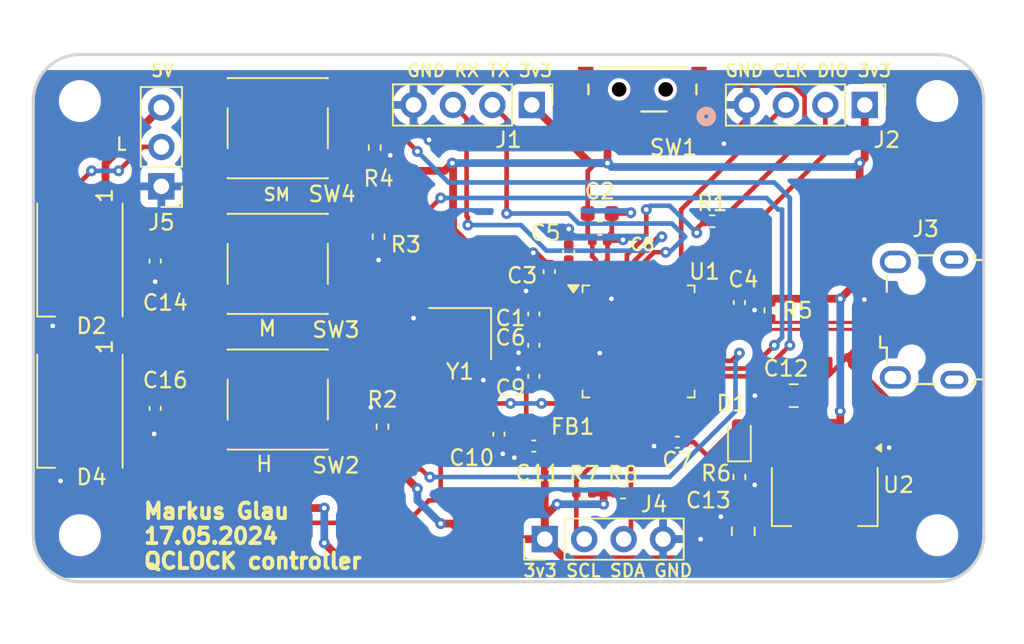
<source format=kicad_pcb>
(kicad_pcb (version 20240108) (generator "pcbnew") (generator_version "8.0")
  (layers (0 "F.Cu" signal) (31 "B.Cu" power) (34 "B.Paste" user) (35 "F.Paste" user) (36 "B.SilkS" user "B.Silkscreen") (37 "F.SilkS" user "F.Silkscreen") (38 "B.Mask" user) (39 "F.Mask" user) (44 "Edge.Cuts" user))
  (net 0 "")
  (net 1 "/HSE_IN")
  (net 2 "GND")
  (net 3 "+3V3")
  (net 4 "/NRST")
  (net 5 "/HSE_OUT")
  (net 6 "+3.3VA")
  (net 7 "VBUS")
  (net 8 "Net-(D1-K)")
  (net 9 "Net-(D2-DOUT)")
  (net 10 "Net-(D2-DIN)")
  (net 11 "/LED")
  (net 12 "/UART_TX")
  (net 13 "/UART_RX")
  (net 14 "/SWCLK")
  (net 15 "/SWDIO")
  (net 20 "/USB_D+")
  (net 22 "/USB_D-")
  (net 23 "/I2C2_SCL")
  (net 24 "/I2C2_SDA")
  (net 25 "Net-(SW1-B)")
  (net 26 "/BOOT0")
  (net 27 "/BTN_H")
  (net 28 "/BTN_M")
  (net 29 "/BTN_SM")
  (footprint "MountingHole:MountingHole_2.2mm_M2" (layer "F.Cu") (at 170.75 72)
    (property "Reference" "H2" (hide yes))
    (property "Value" "MountingHole")
  )
  (footprint "Package_TO_SOT_SMD:SOT-223-3_TabPin2" (layer "F.Cu") (at 163.5 97.5 -90)
    (property "Reference" "U2")
    (property "Value" "AMS1117-3.3")
  )
  (footprint "Resistor_SMD:R_0402_1005Metric" (layer "F.Cu") (at 156.25 79.75)
    (property "Reference" "R1")
    (property "Value" "10k")
  )
  (footprint "Capacitor_SMD:C_0402_1005Metric" (layer "F.Cu") (at 145.75 83 90)
    (property "Reference" "C3")
    (property "Value" "100n")
  )
  (footprint "Resistor_SMD:R_0402_1005Metric" (layer "F.Cu") (at 160 85.5 90)
    (property "Reference" "R5")
    (property "Value" "1k5")
  )
  (footprint "Capacitor_SMD:C_0402_1005Metric" (layer "F.Cu") (at 144.75 87.75 -90)
    (property "Reference" "C6")
    (property "Value" "10p")
  )
  (footprint "Capacitor_SMD:C_0402_1005Metric" (layer "F.Cu") (at 144.75 85.73 90)
    (property "Reference" "C1")
    (property "Value" "10p")
  )
  (footprint "Resistor_SMD:R_0402_1005Metric" (layer "F.Cu") (at 135 93 90)
    (property "Reference" "R2")
    (property "Value" "10k")
  )
  (footprint "Capacitor_SMD:C_0402_1005Metric" (layer "F.Cu") (at 120.35 82.32 -90)
    (property "Reference" "C14")
    (property "Value" "220n")
  )
  (footprint "Connector_USB:USB_Micro-B_Wuerth_629105150521" (layer "F.Cu") (at 169.9 86.1 90)
    (property "Reference" "J3")
    (property "Value" "USB_B_Micro")
  )
  (footprint "Connector_PinHeader_2.54mm:PinHeader_1x04_P2.54mm_Vertical" (layer "F.Cu") (at 144.62 72.25 -90)
    (property "Reference" "J1")
    (property "Value" "Conn_01x04_Male")
  )
  (footprint "Package_QFP:LQFP-48_7x7mm_P0.5mm" (layer "F.Cu") (at 151.5 87.5)
    (property "Reference" "U1")
    (property "Value" "STM32F103C8Tx")
  )
  (footprint "Capacitor_SMD:C_0402_1005Metric" (layer "F.Cu") (at 154 94 180)
    (property "Reference" "C7")
    (property "Value" "100n")
  )
  (footprint "Resistor_SMD:R_0402_1005Metric" (layer "F.Cu") (at 148 97.25)
    (property "Reference" "R7")
    (property "Value" "1k5")
  )
  (footprint "footprints:CUS-12TB_NDC" (layer "F.Cu") (at 151.75 71.25 180)
    (property "Reference" "SW1")
    (property "Value" "SW_SPDT")
  )
  (footprint "MountingHole:MountingHole_2.2mm_M2" (layer "F.Cu") (at 115.5 100)
    (property "Reference" "H4" (hide yes))
    (property "Value" "MountingHole")
  )
  (footprint "Capacitor_SMD:C_0402_1005Metric" (layer "F.Cu") (at 144.75 89.75 90)
    (property "Reference" "C9")
    (property "Value" "10n")
  )
  (footprint "Resistor_SMD:R_0402_1005Metric" (layer "F.Cu") (at 134.5 75 -90)
    (property "Reference" "R4")
    (property "Value" "10k")
  )
  (footprint "Connector_PinHeader_2.54mm:PinHeader_1x03_P2.54mm_Vertical" (layer "F.Cu") (at 120.75 77.5 180)
    (property "Reference" "J5")
    (property "Value" "Conn_01x03_Male")
  )
  (footprint "LED_SMD:LED_0603_1608Metric" (layer "F.Cu") (at 158 93.75 90)
    (property "Reference" "D1")
    (property "Value" "LED")
  )
  (footprint "btns:mybtn_smd" (layer "F.Cu") (at 128.25 73.75)
    (property "Reference" "SW4")
    (property "Value" "SW_Push")
  )
  (footprint "MountingHole:MountingHole_2.2mm_M2" (layer "F.Cu") (at 115.5 72)
    (property "Reference" "H3" (hide yes))
    (property "Value" "MountingHole")
  )
  (footprint "MountingHole:MountingHole_2.2mm_M2" (layer "F.Cu") (at 170.75 100)
    (property "Reference" "H1" (hide yes))
    (property "Value" "MountingHole")
  )
  (footprint "Crystal:Crystal_SMD_3225-4Pin_3.2x2.5mm" (layer "F.Cu") (at 140 87 180)
    (property "Reference" "Y1")
    (property "Value" "Crystal_GND24")
  )
  (footprint "Capacitor_SMD:C_0402_1005Metric" (layer "F.Cu") (at 142.5 93.48 -90)
    (property "Reference" "C10")
    (property "Value" "1u")
  )
  (footprint "btns:mybtn_smd" (layer "F.Cu") (at 128.25 91.25)
    (property "Reference" "SW2")
    (property "Value" "SW_Push")
  )
  (footprint "Capacitor_SMD:C_0402_1005Metric" (layer "F.Cu") (at 144.75 94.25 180)
    (property "Reference" "C11")
    (property "Value" "1u")
  )
  (footprint "btns:mybtn_smd" (layer "F.Cu") (at 128.25 82.5)
    (property "Reference" "SW3")
    (property "Value" "SW_Push")
  )
  (footprint "Capacitor_SMD:C_0402_1005Metric" (layer "F.Cu") (at 120.35 91.82 -90)
    (property "Reference" "C16")
    (property "Value" "220n")
  )
  (footprint "Inductor_SMD:L_0402_1005Metric" (layer "F.Cu") (at 144.75 93 180)
    (property "Reference" "FB1")
    (property "Value" "120R")
  )
  (footprint "Capacitor_SMD:C_0402_1005Metric" (layer "F.Cu") (at 158 85 -90)
    (property "Reference" "C4")
    (property "Value" "100n")
  )
  (footprint "Capacitor_SMD:C_0603_1608Metric" (layer "F.Cu") (at 149 79.25)
    (property "Reference" "C2")
    (property "Value" "10u")
  )
  (footprint "Connector_PinHeader_2.54mm:PinHeader_1x04_P2.54mm_Vertical" (layer "F.Cu") (at 145.46 100.25 90)
    (property "Reference" "J4")
    (property "Value" "Conn_01x04_Male")
  )
  (footprint "Resistor_SMD:R_0402_1005Metric" (layer "F.Cu") (at 134.75 80.75 -90)
    (property "Reference" "R3")
    (property "Value" "10k")
  )
  (footprint "Capacitor_SMD:C_0805_2012Metric" (layer "F.Cu") (at 161.5 91 180)
    (property "Reference" "C12")
    (property "Value" "22u")
  )
  (footprint "Connector_PinHeader_2.54mm:PinHeader_1x04_P2.54mm_Vertical" (layer "F.Cu") (at 166.08 72.25 -90)
    (property "Reference" "J2")
    (property "Value" "Conn_01x04_Male")
  )
  (footprint "LED_SMD:LED_WS2812B_PLCC4_5.0x5.0mm_P3.2mm" (layer "F.Cu") (at 115.5 82.25 -90)
    (property "Reference" "D2")
    (property "Value" "WS2812B")
  )
  (footprint "Resistor_SMD:R_0402_1005Metric" (layer "F.Cu") (at 158 96.25 90)
    (property "Reference" "R6")
    (property "Value" "1k5")
  )
  (footprint "Capacitor_SMD:C_0805_2012Metric" (layer "F.Cu") (at 158.25 99.75 90)
    (property "Reference" "C13")
    (property "Value" "22u")
  )
  (footprint "Capacitor_SMD:C_0402_1005Metric" (layer "F.Cu") (at 149 81)
    (property "Reference" "C8")
    (property "Value" "100n")
  )
  (footprint "Capacitor_SMD:C_0402_1005Metric" (layer "F.Cu") (at 147 81.75 90)
    (property "Reference" "C5")
    (property "Value" "100n")
  )
  (footprint "LED_SMD:LED_WS2812B_PLCC4_5.0x5.0mm_P3.2mm" (layer "F.Cu") (at 115.5 92 -90)
    (property "Reference" "D4")
    (property "Value" "WS2812B")
  )
  (footprint "Resistor_SMD:R_0402_1005Metric" (layer "F.Cu") (at 150.5 97.25)
    (property "Reference" "R8")
    (property "Value" "1k5")
  )
  (gr_line (start 115.5 69) (end 170.75 69) (stroke (width 0.2)) (layer "Edge.Cuts"))
  (gr_arc (start 173.75 100) (mid 172.87132 102.12132) (end 170.75 103) (stroke (width 0.2)) (layer "Edge.Cuts"))
  (gr_line (start 173.75 72) (end 173.75 100) (stroke (width 0.2)) (layer "Edge.Cuts"))
  (gr_line (start 112.5 100) (end 112.5 72) (stroke (width 0.2)) (layer "Edge.Cuts"))
  (gr_arc (start 112.5 72) (mid 113.37868 69.87868) (end 115.5 69) (stroke (width 0.2)) (layer "Edge.Cuts"))
  (gr_arc (start 170.75 69) (mid 172.87132 69.87868) (end 173.75 72) (stroke (width 0.2)) (layer "Edge.Cuts"))
  (gr_line (start 170.75 103) (end 115.5 103) (stroke (width 0.2)) (layer "Edge.Cuts"))
  (gr_arc (start 115.5 103) (mid 113.37868 102.12132) (end 112.5 100) (stroke (width 0.2)) (layer "Edge.Cuts"))
  (gr_text "M" (at 128.25 87.25 0) (layer "F.SilkS") (effects (font (size 1 1)) (justify left bottom mirror)))
  (gr_text "GND CLK DIO 3v3" (at 157 70.5 0) (layer "F.SilkS") (effects (font (size 0.8 0.8) (thickness 0.15) (bold yes)) (justify left bottom)))
  (gr_text "SM" (at 127.25 78.5 0) (layer "F.SilkS") (effects (font (size 0.8 0.8) (thickness 0.15) (bold yes)) (justify left bottom)))
  (gr_text "GND RX TX 3v3" (at 136.5 70.5 0) (layer "F.SilkS") (effects (font (size 0.8 0.8) (thickness 0.15) (bold yes)) (justify left bottom)))
  (gr_text "Markus Glau\n17.05.2024\nQCLOCK controller" (at 119.5 102.25 0) (layer "F.SilkS") (effects (font (size 1 1) (thickness 0.25) (bold yes)) (justify left bottom)))
  (gr_text "H" (at 128 96 0) (layer "F.SilkS") (effects (font (size 1 1)) (justify left bottom mirror)))
  (gr_text "3v3 SCL SDA GND" (at 144 102.75 0) (layer "F.SilkS") (effects (font (size 0.8 0.8) (thickness 0.15) (bold yes)) (justify left bottom)))
  (gr_text "5V" (at 120 70.5 0) (layer "F.SilkS") (effects (font (size 0.8 0.8) (thickness 0.15) (bold yes)) (justify left bottom)))
  (gr_text "L" (at 117.75 75.25 0) (layer "F.SilkS") (effects (font (size 0.8 0.8) (thickness 0.15) (bold yes)) (justify left bottom)))
  (segment (start 145.29 86.75) (end 144.75 86.21) (width 0.3) (layer "F.Cu") (net 1))
  (segment (start 147.3375 86.75) (end 145.29 86.75) (width 0.3) (layer "F.Cu") (net 1))
  (segment (start 144.21 86.21) (end 144.15 86.15) (width 0.3) (layer "F.Cu") (net 1))
  (segment (start 144.15 86.15) (end 141.1 86.15) (width 0.3) (layer "F.Cu") (net 1))
  (segment (start 144.75 86.21) (end 144.21 86.21) (width 0.3) (layer "F.Cu") (net 1))
  (segment (start 144.75 84.75) (end 144.25 84.25) (width 0.5) (layer "F.Cu") (net 2))
  (segment (start 120.35 92.3) (end 120.35 93.4) (width 0.5) (layer "F.Cu") (net 2))
  (segment (start 134.99 92.49) (end 134.25 91.75) (width 0.3) (layer "F.Cu") (net 2))
  (segment (start 158.46 73.29) (end 157 74.75) (width 0.5) (layer "F.Cu") (net 2))
  (segment (start 165.8 94.35) (end 167.65 94.35) (width 0.5) (layer "F.Cu") (net 2))
  (segment (start 157 85.5) (end 157.02 85.48) (width 0.3) (layer "F.Cu") (net 2))
  (segment (start 144.25 94.25) (end 143.5 95) (width 0.5) (layer "F.Cu") (net 2))
  (segment (start 145.52 82.52) (end 144.75 81.75) (width 0.5) (layer "F.Cu") (net 2))
  (segment (start 149.775 79.25) (end 151 79.25) (width 0.3) (layer "F.Cu") (net 2))
  (segment (start 137.15 86.15) (end 137 86) (width 0.5) (layer "F.Cu") (net 2))
  (segment (start 141.1 87.85) (end 141.1 89.6) (width 0.5) (layer "F.Cu") (net 2))
  (segment (start 144.75 88.23) (end 143.77 88.23) (width 0.3) (layer "F.Cu") (net 2))
  (segment (start 138.9 86.15) (end 137.15 86.15) (width 0.5) (layer "F.Cu") (net 2))
  (segment (start 143.75 88.25) (end 143.77 88.23) (width 0.3) (layer "F.Cu") (net 2))
  (segment (start 113.85 86.4) (end 113.75 86.5) (width 0.5) (layer "F.Cu") (net 2))
  (segment (start 149.25 83.3375) (end 149.25 84.25) (width 0.3) (layer "F.Cu") (net 2))
  (segment (start 120.35 93.4) (end 120.285355 93.464645) (width 0.5) (layer "F.Cu") (net 2))
  (segment (start 149.5 81.02) (end 149.48 81) (width 0.3) (layer "F.Cu") (net 2))
  (segment (start 154.000003 72.9954) (end 155.754603 74.75) (width 0.5) (layer "F.Cu") (net 2))
  (segment (start 153.52 94) (end 152.75 94) (width 0.3) (layer "F.Cu") (net 2))
  (segment (start 145.75 82.52) (end 145.52 82.52) (width 0.5) (layer "F.Cu") (net 2))
  (segment (start 147.3375 88.25) (end 144.77 88.25) (width 0.3) (layer "F.Cu") (net 2))
  (segment (start 147 81.27) (end 147 80.25) (width 0.3) (layer "F.Cu") (net 2))
  (segment (start 145.77 88.25) (end 144.75 89.27) (width 0.3) (layer "F.Cu") (net 2))
  (segment (start 149.48 81) (end 150.5 81) (width 0.3) (layer "F.Cu") (net 2))
  (segment (start 149.25 82.49688) (end 149.5 82.24688) (width 0.3) (layer "F.Cu") (net 2))
  (segment (start 158.25 98.8) (end 156.8 98.8) (width 0.5) (layer "F.Cu") (net 2))
  (segment (start 147.3375 88.25) (end 149 88.25) (width 0.3) (layer "F.Cu") (net 2))
  (segment (start 156.75 98.75) (end 156.8 98.8) (width 0.5) (layer "F.Cu") (net 2))
  (segment (start 142.5 94.5) (end 142.75 94.75) (width 0.5) (layer "F.Cu") (net 2))
  (segment (start 113.85 84.7) (end 113.85 86.4) (width 0.5) (layer "F.Cu") (net 2))
  (segment (start 144.75 85.25) (end 144.75 84.75) (width 0.5) (layer "F.Cu") (net 2))
  (segment (start 114 96.25) (end 114.25 96.5) (width 0.5) (layer "F.Cu") (net 2))
  (segment (start 158 85.48) (end 158.98 85.48) (width 0.3) (layer "F.Cu") (net 2))
  (segment (start 141.1 89.6) (end 141.5 90) (width 0.5) (layer "F.Cu") (net 2))
  (segment (start 137 73.5) (end 138 74.5) (width 0.5) (layer "F.Cu") (net 2))
  (segment (start 144.27 94.25) (end 144.25 94.25) (width 0.5) (layer "F.Cu") (net 2))
  (segment (start 135.49 75.51) (end 135.5 75.5) (width 0.5) (layer "F.Cu") (net 2))
  (segment (start 134.75 81.26) (end 134.75 82.25) (width 0.5) (layer "F.Cu") (net 2))
  (segment (start 153.75 93.77) (end 153.52 94) (width 0.3) (layer "F.Cu") (net 2))
  (segment (start 120.35 82.8) (end 120.35 83.65) (width 0.5) (layer "F.Cu") (net 2))
  (segment (start 158 96.76) (end 158.99 96.76) (width 0.5) (layer "F.Cu") (net 2))
  (segment (start 166 84.75) (end 166.05 84.8) (width 0.3) (layer "F.Cu") (net 2))
  (segment (start 138.9 86.1) (end 139 86) (width 0.5) (layer "F.Cu") (net 2))
  (segment (start 144.75 81.75) (end 144.714644 81.785356) (width 0.5) (layer "F.Cu") (net 2))
  (segment (start 149.5 82.24688) (end 149.5 81.02) (width 0.3) (layer "F.Cu") (net 2))
  (segment (start 149.48 81) (end 149.48 80.77) (width 0.3) (layer "F.Cu") (net 2))
  (segment (start 153.08 100.25) (end 155.5 100.25) (width 0.5) (layer "F.Cu") (net 2))
  (segment (start 155.754603 74.75) (end 157 74.75) (width 0.5) (layer "F.Cu") (net 2))
  (segment (start 160.55 91) (end 160.5 91) (width 0.5) (layer "F.Cu") (net 2))
  (segment (start 158.99 96.76) (end 159 96.75) (width 0.5) (layer "F.Cu") (net 2))
  (segment (start 149.775 80.475) (end 149.775 79.25) (width 0.3) (layer "F.Cu") (net 2))
  (segment (start 144.75 89.27) (end 143.77 89.27) (width 0.3) (layer "F.Cu") (net 2))
  (segment (start 149.25 84.25) (end 149.75 84.75) (width 0.3) (layer "F.Cu") (net 2))
  (segment (start 137 72.25) (end 137 73.5) (width 0.5) (layer "F.Cu") (net 2))
  (segment (start 142.5 93.96) (end 142.5 94.5) (width 0.5) (layer "F.Cu") (net 2))
  (segment (start 168 84.8) (end 166.05 84.8) (width 0.3) (layer "F.Cu") (net 2))
  (segment (start 150.5 81) (end 150.5 80.95) (width 0.3) (layer "F.Cu") (net 2))
  (segment (start 149.25 83.3375) (end 149.25 82.49688) (width 0.3) (layer "F.Cu") (net 2))
  (segment (start 151 79.25) (end 151 79.2) (width 0.3) (layer "F.Cu") (net 2))
  (segment (start 147.3375 88.25) (end 145.77 88.25) (width 0.3) (layer "F.Cu") (net 2))
  (segment (start 153.75 91.6625) (end 153.75 93.77) (width 0.3) (layer "F.Cu") (net 2))
  (segment (start 143.77 89.27) (end 143.75 89.25) (width 0.3) (layer "F.Cu") (net 2))
  (segment (start 152.75 94) (end 152.5 94.25) (width 0.3) (layer "F.Cu") (net 2))
  (segment (start 149.48 80.77) (end 149.775 80.475) (width 0.3) (layer "F.Cu") (net 2))
  (segment (start 113.85 94.45) (end 113.85 96.1) (width 0.5) (layer "F.Cu") (net 2))
  (segment (start 135 92.49) (end 134.99 92.49) (width 0.3) (layer "F.Cu") (net 2))
  (segment (start 157.02 85.48) (end 158 85.48) (width 0.3) (layer "F.Cu") (net 2))
  (segment (start 113.85 96.1) (end 114 96.25) (width 0.5) (layer "F.Cu") (net 2))
  (segment (start 159 85.5) (end 158.98 85.48) (width 0.3) (layer "F.Cu") (net 2))
  (segment (start 155.6625 85.25) (end 156.75 85.25) (width 0.3) (layer "F.Cu") (net 2))
  (segment (start 160.5 91) (end 159 91) (width 0.5) (layer "F.Cu") (net 2))
  (segment (start 134.5 75.51) (end 135.49 75.51) (width 0.5) (layer "F.Cu") (net 2))
  (segment (start 156.75 85.25) (end 157 85.5) (width 0.3) (layer "F.Cu") (net 2))
  (segment (start 144.77 88.25) (end 144.75 88.23) (width 0.3) (layer "F.Cu") (net 2))
  (segment (start 158.46 72.25) (end 158.46 73.29) (width 0.5) (layer "F.Cu") (net 2))
  (via (at 158.99 96.76) (size 0.7) (drill 0.3) (layers "F.Cu" "B.Cu") (net 2))
  (via (at 143.77 88.23) (size 0.7) (drill 0.3) (layers "F.Cu" "B.Cu") (net 2))
  (via (at 137 86) (size 0.7) (drill 0.3) (layers "F.Cu" "B.Cu") (net 2))
  (via (at 156.8 98.8) (size 0.7) (drill 0.3) (layers "F.Cu" "B.Cu") (net 2))
  (via (at 159 91) (size 0.7) (drill 0.3) (layers "F.Cu" "B.Cu") (net 2))
  (via (at 120.285355 93.464645) (size 0.7) (drill 0.3) (layers "F.Cu" "B.Cu") (net 2))
  (via (at 142.75 94.75) (size 0.7) (drill 0.3) (layers "F.Cu" "B.Cu") (net 2))
  (via (at 166.05 84.8) (size 0.7) (drill 0.3) (layers "F.Cu" "B.Cu") (net 2))
  (via (at 134.75 82.25) (size 0.7) (drill 0.3) (layers "F.Cu" "B.Cu") (net 2))
  (via (at 152.5 94.25) (size 0.7) (drill 0.3) (layers "F.Cu" "B.Cu") (net 2))
  (via (at 143.75 89.25) (size 0.7) (drill 0.3) (layers "F.Cu" "B.Cu") (net 2))
  (via (at 143.5 95) (size 0.7) (drill 0.3) (layers "F.Cu" "B.Cu") (net 2))
  (via (at 141.5 90) (size 0.7) (drill 0.3) (layers "F.Cu" "B.Cu") (net 2))
  (via (at 134.25 91.75) (size 0.7) (drill 0.3) (layers "F.Cu" "B.Cu") (net 2))
  (via (at 150.5 80.95) (size 0.7) (drill 0.3) (layers "F.Cu" "B.Cu") (net 2))
  (via (at 167.65 94.35) (size 0.7) (drill 0.3) (layers "F.Cu" "B.Cu") (net 2))
  (via (at 144.25 84.25) (size 0.7) (drill 0.3) (layers "F.Cu" "B.Cu") (net 2))
  (via (at 113.75 86.5) (size 0.7) (drill 0.3) (layers "F.Cu" "B.Cu") (net 2))
  (via (at 144.714644 81.785356) (size 0.7) (drill 0.3) (layers "F.Cu" "B.Cu") (net 2))
  (via (at 147 80.25) (size 0.7) (drill 0.3) (layers "F.Cu" "B.Cu") (net 2))
  (via (at 155.5 100.25) (size 0.7) (drill 0.3) (layers "F.Cu" "B.Cu") (net 2))
  (via (at 138 74.5) (size 0.7) (drill 0.3) (layers "F.Cu" "B.Cu") (net 2))
  (via (at 135.5 75.5) (size 0.7) (drill 0.3) (layers "F.Cu" "B.Cu") (net 2))
  (via (at 157 74.75) (size 0.7) (drill 0.3) (layers "F.Cu" "B.Cu") (net 2))
  (via (at 151 79.2) (size 0.7) (drill 0.3) (layers "F.Cu" "B.Cu") (net 2))
  (via (at 158.98 85.48) (size 0.7) (drill 0.3) (layers "F.Cu" "B.Cu") (net 2))
  (via (at 149.75 84.75) (size 0.7) (drill 0.3) (layers "F.Cu" "B.Cu") (net 2))
  (via (at 120.35 83.65) (size 0.7) (drill 0.3) (layers "F.Cu" "B.Cu") (net 2))
  (via (at 114.25 96.5) (size 0.7) (drill 0.3) (layers "F.Cu" "B.Cu") (net 2))
  (via (at 149 88.25) (size 0.7) (drill 0.3) (layers "F.Cu" "B.Cu") (net 2))
  (segment (start 149.99 97.25) (end 149.25 97.25) (width 0.5) (layer "F.Cu") (net 3))
  (segment (start 158 93.265) (end 157.680001 93.265) (width 0.5) (layer "F.Cu") (net 3))
  (segment (start 132.225 84.75) (end 139 84.75) (width 0.5) (layer "F.Cu") (net 3))
  (segment (start 140.5 100.25) (end 145.46 100.25) (width 0.5) (layer "F.Cu") (net 3))
  (segment (start 164.5 84.75) (end 160.24 84.75) (width 0.5) (layer "F.Cu") (net 3))
  (segment (start 148.75 82.25) (end 148.5 82) (width 0.3) (layer "F.Cu") (net 3))
  (segment (start 144.62 72.25) (end 148.37 76) (width 0.5) (layer "F.Cu") (net 3))
  (segment (start 132.225 93.5) (end 133.75 93.5) (width 0.5) (layer "F.Cu") (net 3))
  (segment (start 146.76 101.55) (end 145.46 100.25) (width 0.5) (layer "F.Cu") (net 3))
  (segment (start 124.275 76) (end 132.225 76) (width 0.5) (layer "F.Cu") (net 3))
  (segment (start 132 93.5) (end 132.25 93.5) (width 0.3) (layer "F.Cu") (net 3))
  (segment (start 139 76.5) (end 139.5 76) (width 0.5) (layer "F.Cu") (net 3))
  (segment (start 157.4 101.55) (end 146.76 101.55) (width 0.5) (layer "F.Cu") (net 3))
  (segment (start 145.46 100.25) (end 145.46 98.79) (width 0.5) (layer "F.Cu") (net 3))
  (segment (start 156.75 84.75) (end 157 84.5) (width 0.3) (layer "F.Cu") (net 3))
  (segment (start 154.25 91.6625) (end 154.25 93) (width 0.3) (layer "F.Cu") (net 3))
  (segment (start 154.25 93) (end 154.5 93.25) (width 0.3) (layer "F.Cu") (net 3))
  (segment (start 165.75 83.5) (end 164.5 84.75) (width 0.5) (layer "F.Cu") (net 3))
  (segment (start 157.45 100.7) (end 158.25 100.7) (width 0.5) (layer "F.Cu") (net 3))
  (segment (start 156 99.25) (end 157.45 100.7) (width 0.5) (layer "F.Cu") (net 3))
  (segment (start 139 84.75) (end 141.5 82.25) (width 0.5) (layer "F.Cu") (net 3))
  (segment (start 148.52 81.98) (end 148.52 81) (width 0.3) (layer "F.Cu") (net 3))
  (segment (start 154.5 93.25) (end 154.48 93.27) (width 0.3) (layer "F.Cu") (net 3))
  (segment (start 166.08 72.25) (end 166.08 75.67) (width 0.5) (layer "F.Cu") (net 3))
  (segment (start 138.75 99.25) (end 139.5 99.25) (width 0.5) (layer "F.Cu") (net 3))
  (segment (start 164.5 93.35) (end 163.5 94.35) (width 0.5) (layer "F.Cu") (net 3))
  (segment (start 149.25 97.25) (end 148.51 97.25) (width 0.5) (layer "F.Cu") (net 3))
  (segment (start 148.225 76.525) (end 148.75 76) (width 0.3) (layer "F.Cu") (net 3))
  (segment (start 149.5 72.9954) (end 149.5 76) (width 0.5) (layer "F.Cu") (net 3))
  (segment (start 148.37 76) (end 149.5 76) (width 0.5) (layer "F.Cu") (net 3))
  (segment (start 145.46 100.25) (end 145.46 94.48) (width 0.5) (layer "F.Cu") (net 3))
  (segment (start 132.25 93.5) (end 132.26 93.51) (width 0.3) (layer "F.Cu") (net 3))
  (segment (start 149.25 98) (end 149.25 97.25) (width 0.5) (layer "F.Cu") (net 3))
  (segment (start 139.5 99.25) (end 140.5 100.25) (width 0.5) (layer "F.Cu") (net 3))
  (segment (start 154.48 93.27) (end 154.48 94) (width 0.3) (layer "F.Cu") (net 3))
  (segment (start 148.225 79.25) (end 148.225 76.525) (width 0.3) (layer "F.Cu") (net 3))
  (segment (start 165.75 76) (end 165.75 83.5) (width 0.5) (layer "F.Cu") (net 3))
  (segment (start 155.054999 94) (end 156 94.945001) (width 0.3) (layer "F.Cu") (net 3))
  (segment (start 145.72 83.45) (end 145.75 83.48) (width 0.5) (layer "F.Cu") (net 3))
  (segment (start 147.3375 84.75) (end 147.02 84.75) (width 0.3) (layer "F.Cu") (net 3))
  (segment (start 165.75 72.58) (end 166.08 72.25) (width 0.5) (layer "F.Cu") (net 3))
  (segment (start 145.235 93) (end 145.235 94.245) (width 0.3) (layer "F.Cu") (net 3))
  (segment (start 132 76.5) (end 139 76.5) (width 0.5) (layer "F.Cu") (net 3))
  (segment (start 141.5 82.25) (end 142.7 83.45) (width 0.5) (layer "F.Cu") (net 3))
  (segment (start 166.08 75.67) (end 165.75 76) (width 0.5) (layer "F.Cu") (net 3))
  (segment (start 124.275 84.75) (end 132.225 84.75) (width 0.5) (layer "F.Cu") (net 3))
  (segment (start 139.5 76) (end 139.55 76.05) (width 0.5) (layer "F.Cu") (net 3))
  (segment (start 145.46 98.79) (end 146.25 98) (width 0.5) (layer "F.Cu") (net 3))
  (segment (start 160.24 84.75) (end 160 84.99) (width 0.5) (layer "F.Cu") (net 3))
  (segment (start 133.75 93.5) (end 137.25 97) (width 0.5) (layer "F.Cu") (net 3))
  (segment (start 159.53 84.52) (end 160 84.99) (width 0.3) (layer "F.Cu") (net 3))
  (segment (start 164.5 92) (end 164.5 93.35) (width 0.5) (layer "F.Cu") (net 3))
  (segment (start 158.25 100.7) (end 157.4 101.55) (width 0.5) (layer "F.Cu") (net 3))
  (segment (start 139.55 76.05) (end 139.55 80.3) (width 0.5) (layer "F.Cu") (net 3))
  (segment (start 145.235 94.245) (end 145.23 94.25) (width 0.3) (layer "F.Cu") (net 3))
  (segment (start 148.225 80.705) (end 148.52 81) (width 0.3) (layer "F.Cu") (net 3))
  (segment (start 157 84.5) (end 157.02 84.52) (width 0.3) (layer "F.Cu") (net 3))
  (segment (start 157.680001 93.265) (end 156 94.945001) (width 0.5) (layer "F.Cu") (net 3))
  (segment (start 147.02 84.75) (end 145.75 83.48) (width 0.3) (layer "F.Cu") (net 3))
  (segment (start 145.46 94.48) (end 145.23 94.25) (width 0.5) (layer "F.Cu") (net 3))
  (segment (start 155.6625 84.75) (end 156.75 84.75) (width 0.3) (layer "F.Cu") (net 3))
  (segment (start 154.48 94) (end 155.054999 94) (width 0.3) (layer "F.Cu") (net 3))
  (segment (start 158 84.52) (end 159.53 84.52) (width 0.3) (layer "F.Cu") (net 3))
  (segment (start 148.75 83.3375) (end 148.75 82.25) (width 0.3) (layer "F.Cu") (net 3))
  (segment (start 124.275 93.5) (end 132.225 93.5) (width 0.5) (layer "F.Cu") (net 3))
  (segment (start 139.55 80.3) (end 141.5 82.25) (width 0.5) (layer "F.Cu") (net 3))
  (segment (start 148.75 76) (end 149.5 76) (width 0.5) (layer "F.Cu") (net 3))
  (segment (start 142.7 83.45) (end 145.72 83.45) (width 0.5) (layer "F.Cu") (net 3))
  (segment (start 156 94.945001) (end 156 99.25) (width 0.5) (layer "F.Cu") (net 3))
  (segment (start 148.5 82) (end 148.52 81.98) (width 0.3) (layer "F.Cu") (net 3))
  (segment (start 157.02 84.52) (end 158 84.52) (width 0.3) (layer "F.Cu") (net 3))
  (segment (start 148.225 79.25) (end 148.225 80.705) (width 0.3) (layer "F.Cu") (net 3))
  (via (at 137.25 97) (size 0.7) (drill 0.3) (layers "F.Cu" "B.Cu") (net 3))
  (via (at 146.25 98) (size 0.7) (drill 0.3) (layers "F.Cu" "B.Cu") (net 3))
  (via (at 164.5 92) (size 0.7) (drill 0.3) (layers "F.Cu" "B.Cu") (net 3))
  (via (at 138.75 99.25) (size 0.7) (drill 0.3) (layers "F.Cu" "B.Cu") (net 3))
  (via (at 149.25 98) (size 0.7) (drill 0.3) (layers "F.Cu" "B.Cu") (net 3))
  (via (at 164.5 84.75) (size 0.7) (drill 0.3) (layers "F.Cu" "B.Cu") (net 3))
  (via (at 139.5 76) (size 0.7) (drill 0.3) (layers "F.Cu" "B.Cu") (net 3))
  (via (at 149.5 76) (size 0.7) (drill 0.3) (layers "F.Cu" "B.Cu") (net 3))
  (via (at 165.75 76) (size 0.7) (drill 0.3) (layers "F.Cu" "B.Cu") (net 3))
  (segment (start 146.25 98) (end 149.25 98) (width 0.5) (layer "B.Cu") (net 3))
  (segment (start 139.5 76) (end 149.5 76) (width 0.5) (layer "B.Cu") (net 3))
  (segment (start 149.75 76.25) (end 165.5 76.25) (width 0.5) (layer "B.Cu") (net 3))
  (segment (start 164.5 87.75) (end 164.5 92) (width 0.5) (layer "B.Cu") (net 3))
  (segment (start 137.25 97.75) (end 138.75 99.25) (width 0.5) (layer "B.Cu") (net 3))
  (segment (start 137.25 97) (end 137.25 97.75) (width 0.5) (layer "B.Cu") (net 3))
  (segment (start 164.5 84.75) (end 164.5 87.75) (width 0.5) (layer "B.Cu") (net 3))
  (segment (start 149.5 76) (end 149.75 76.25) (width 0.5) (layer "B.Cu") (net 3))
  (segment (start 165.5 76.25) (end 165.75 76) (width 0.5) (layer "B.Cu") (net 3))
  (segment (start 147 83.07188) (end 148.425 84.49688) (width 0.3) (layer "F.Cu") (net 4))
  (segment (start 147 82.23) (end 147 83.07188) (width 0.3) (layer "F.Cu") (net 4))
  (segment (start 148.425 87.50312) (end 148.17812 87.75) (width 0.3) (layer "F.Cu") (net 4))
  (segment (start 148.425 84.49688) (end 148.425 87.50312) (width 0.3) (layer "F.Cu") (net 4))
  (segment (start 148.17812 87.75) (end 147.3375 87.75) (width 0.3) (layer "F.Cu") (net 4))
  (segment (start 142.2 90.28995) (end 141.78995 90.7) (width 0.3) (layer "F.Cu") (net 5))
  (segment (start 143.48 87.27) (end 142.2 88.55) (width 0.3) (layer "F.Cu") (net 5))
  (segment (start 144.75 87.27) (end 143.48 87.27) (width 0.3) (layer "F.Cu") (net 5))
  (segment (start 144.77 87.25) (end 144.75 87.27) (width 0.3) (layer "F.Cu") (net 5))
  (segment (start 141.78995 90.7) (end 140.85 90.7) (width 0.3) (layer "F.Cu") (net 5))
  (segment (start 138.9 88.75) (end 138.9 87.85) (width 0.3) (layer "F.Cu") (net 5))
  (segment (start 147.3375 87.25) (end 144.77 87.25) (width 0.3) (layer "F.Cu") (net 5))
  (segment (start 140.85 90.7) (end 138.9 88.75) (width 0.3) (layer "F.Cu") (net 5))
  (segment (start 142.2 88.55) (end 142.2 90.28995) (width 0.3) (layer "F.Cu") (net 5))
  (segment (start 144.75 90.23) (end 144.265 90.715) (width 0.3) (layer "F.Cu") (net 6))
  (segment (start 147.3375 88.75) (end 146.49688 88.75) (width 0.3) (layer "F.Cu") (net 6))
  (segment (start 146.49688 88.75) (end 145.01688 90.23) (width 0.3) (layer "F.Cu") (net 6))
  (segment (start 144.265 93) (end 142.5 93) (width 0.3) (layer "F.Cu") (net 6))
  (segment (start 145.01688 90.23) (end 144.75 90.23) (width 0.3) (layer "F.Cu") (net 6))
  (segment (start 144.265 90.715) (end 144.265 93) (width 0.3) (layer "F.Cu") (net 6))
  (segment (start 118.31 79.8) (end 119.005 80.495) (width 0.5) (layer "F.Cu") (net 7))
  (segment (start 123.939339 98.25) (end 131.25 98.25) (width 0.5) (layer "F.Cu") (net 7))
  (segment (start 164.95 88.5) (end 162.45 91) (width 0.3) (layer "F.Cu") (net 7))
  (segment (start 119.25 91.34) (end 119.25 93.560661) (width 0.5) (layer "F.Cu") (net 7))
  (segment (start 165.25 89) (end 165.25 88.8) (width 0.5) (layer "F.Cu") (net 7))
  (segment (start 119.005 80.495) (end 120.35 81.84) (width 0.5) (layer "F.Cu") (net 7))
  (segment (start 167.25 102.25) (end 168.45 101.05) (width 0.5) (layer "F.Cu") (net 7))
  (segment (start 168.45 92.2) (end 165.25 89) (width 0.5) (layer "F.Cu") (net 7))
  (segment (start 117.15 76.02) (end 120.75 72.42) (width 0.5) (layer "F.Cu") (net 7))
  (segment (start 165.25 88.8) (end 164.95 88.5) (width 0.5) (layer "F.Cu") (net 7))
  (segment (start 133 102.25) (end 167.25 102.25) (width 0.5) (layer "F.Cu") (net 7))
  (segment (start 117.15 79.8) (end 117.15 76.02) (width 0.5) (layer "F.Cu") (net 7))
  (segment (start 131.25 100.5) (end 133 102.25) (width 0.5) (layer "F.Cu") (net 7))
  (segment (start 168.45 101.05) (end 168.45 92.2) (width 0.5) (layer "F.Cu") (net 7))
  (segment (start 117.15 79.8) (end 118.31 79.8) (width 0.5) (layer "F.Cu") (net 7))
  (segment (start 166.05 87.4) (end 168 87.4) (width 0.3) (layer "F.Cu") (net 7))
  (segment (start 117.15 89.55) (end 119.005 87.695) (width 0.5) (layer "F.Cu") (net 7))
  (segment (start 164.95 88.5) (end 166.05 87.4) (width 0.3) (layer "F.Cu") (net 7))
  (segment (start 119.25 93.560661) (end 123.939339 98.25) (width 0.5) (layer "F.Cu") (net 7))
  (segment (start 119.25 91.34) (end 118.94 91.34) (width 0.5) (layer "F.Cu") (net 7))
  (segment (start 118.94 91.34) (end 117.15 89.55) (width 0.5) (layer "F.Cu") (net 7))
  (segment (start 119.005 87.695) (end 119.005 80.495) (width 0.5) (layer "F.Cu") (net 7))
  (segment (start 120.35 91.34) (end 119.25 91.34) (width 0.5) (layer "F.Cu") (net 7))
  (via (at 131.25 100.5) (size 0.7) (drill 0.3) (layers "F.Cu" "B.Cu") (net 7))
  (via (at 131.25 98.25) (size 0.7) (drill 0.3) (layers "F.Cu" "B.Cu") (net 7))
  (segment (start 131.25 98.25) (end 131.25 100.5) (width 0.5) (layer "B.Cu") (net 7))
  (segment (start 158 95.74) (end 158 94.235) (width 0.3) (layer "F.Cu") (net 8))
  (segment (start 116.25 76.5) (end 113.85 78.9) (width 0.3) (layer "F.Cu") (net 9))
  (segment (start 113.85 78.9) (end 113.85 79.8) (width 0.3) (layer "F.Cu") (net 9))
  (segment (start 120.75 74.96) (end 119.54 74.96) (width 0.3) (layer "F.Cu") (net 9))
  (segment (start 119.54 74.96) (end 118 76.5) (width 0.3) (layer "F.Cu") (net 9))
  (via (at 116.25 76.5) (size 0.7) (drill 0.3) (layers "F.Cu" "B.Cu") (net 9))
  (via (at 118 76.5) (size 0.7) (drill 0.3) (layers "F.Cu" "B.Cu") (net 9))
  (segment (start 118 76.5) (end 116.25 76.5) (width 0.3) (layer "B.Cu") (net 9))
  (segment (start 117.15 86.25) (end 113.85 89.55) (width 0.3) (layer "F.Cu") (net 10))
  (segment (start 117.15 84.7) (end 117.15 86.25) (width 0.3) (layer "F.Cu") (net 10))
  (segment (start 138.75 91.5) (end 138.75 97.75) (width 0.3) (layer "F.Cu") (net 11))
  (segment (start 151.50312 90.575) (end 148.35312 90.575) (width 0.3) (layer "F.Cu") (net 11))
  (segment (start 121.9 99.2) (end 136.55 99.2) (width 0.3) (layer "F.Cu") (net 11))
  (segment (start 151.75 91.6625) (end 151.75 90.82188) (width 0.3) (layer "F.Cu") (net 11))
  (segment (start 138 97.75) (end 136.55 99.2) (width 0.3) (layer "F.Cu") (net 11))
  (segment (start 147.42812 91.5) (end 145.25 91.5) (width 0.3) (layer "F.Cu") (net 11))
  (segment (start 117.15 94.45) (end 121.9 99.2) (width 0.3) (layer "F.Cu") (net 11))
  (segment (start 151.75 90.82188) (end 151.50312 90.575) (width 0.3) (layer "F.Cu") (net 11))
  (segment (start 138.75 97.75) (end 138 97.75) (width 0.3) (layer "F.Cu") (net 11))
  (segment (start 148.35312 90.575) (end 147.42812 91.5) (width 0.3) (layer "F.Cu") (net 11))
  (segment (start 143.25 91.5) (end 138.75 91.5) (width 0.3) (layer "F.Cu") (net 11))
  (via (at 143.25 91.5) (size 0.7) (drill 0.3) (layers "F.Cu" "B.Cu") (net 11))
  (via (at 145.25 91.5) (size 0.7) (drill 0.3) (layers "F.Cu" "B.Cu") (net 11))
  (segment (start 145.25 91.5) (end 143.25 91.5) (width 0.3) (layer "B.Cu") (net 11))
  (segment (start 151.75 82.49688) (end 152.49688 81.75) (width 0.3) (layer "F.Cu") (net 12))
  (segment (start 152.49688 81.75) (end 153.25 81.75) (width 0.3) (layer "F.Cu") (net 12))
  (segment (start 143 79.25) (end 143 73.17) (width 0.3) (layer "F.Cu") (net 12))
  (segment (start 151.75 83.3375) (end 151.75 82.49688) (width 0.3) (layer "F.Cu") (net 12))
  (segment (start 143 73.17) (end 142.08 72.25) (width 0.3) (layer "F.Cu") (net 12))
  (via (at 153.25 81.75) (size 0.7) (drill 0.3) (layers "F.Cu" "B.Cu") (net 12))
  (via (at 143 79.25) (size 0.7) (drill 0.3) (layers "F.Cu" "B.Cu") (net 12))
  (segment (start 153.25 81.75) (end 153.5 81.75) (width 0.3) (layer "B.Cu") (net 12))
  (segment (start 153.5 81.75) (end 154.5 80.75) (width 0.3) (layer "B.Cu") (net 12))
  (segment (start 154.5 80.75) (end 153.65 79.9) (width 0.3) (layer "B.Cu") (net 12))
  (segment (start 153.65 79.9) (end 147.65 79.9) (width 0.3) (layer "B.Cu") (net 12))
  (segment (start 147.65 79.9) (end 147 79.25) (width 0.3) (layer "B.Cu") (net 12))
  (segment (start 147 79.25) (end 143 79.25) (width 0.3) (layer "B.Cu") (net 12))
  (segment (start 151.25 83.3375) (end 151.25 83) (width 0.3) (layer "F.Cu") (net 13))
  (segment (start 151.25 82.289774) (end 151.769887 81.769887) (width 0.3) (layer "F.Cu") (net 13))
  (segment (start 140.42 79.42) (end 140.42 73.13) (width 0.3) (layer "F.Cu") (net 13))
  (segment (start 140.42 73.13) (end 139.54 72.25) (width 0.3) (layer "F.Cu") (net 13))
  (segment (start 151.25 83.3375) (end 151.25 82.289774) (width 0.3) (layer "F.Cu") (net 13))
  (segment (start 140.5 79.5) (end 140.42 79.42) (width 0.3) (layer "F.Cu") (net 13))
  (segment (start 151.769887 81.769887) (end 152.789774 80.75) (width 0.3) (layer "F.Cu") (net 13))
  (segment (start 152.789774 80.75) (end 153 80.75) (width 0.3) (layer "F.Cu") (net 13))
  (segment (start 140.5 80) (end 140.5 79.5) (width 0.3) (layer "F.Cu") (net 13))
  (via (at 153 80.75) (size 0.7) (drill 0.3) (layers "F.Cu" "B.Cu") (net 13))
  (via (at 140.5 80) (size 0.7) (drill 0.3) (layers "F.Cu" "B.Cu") (net 13))
  (segment (start 153 80.75) (end 152.1 81.65) (width 0.3) (layer "B.Cu") (net 13))
  (segment (start 143.919239 80) (end 140.5 80) (width 0.3) (layer "B.Cu") (net 13))
  (segment (start 145.569239 81.65) (end 143.919239 80) (width 0.3) (layer "B.Cu") (net 13))
  (segment (start 152.1 81.65) (end 145.569239 81.65) (width 0.3) (layer "B.Cu") (net 13))
  (segment (start 154.25 79) (end 161 72.25) (width 0.3) (layer "F.Cu") (net 14))
  (segment (start 154.25 83.3375) (end 154.25 79) (width 0.3) (layer "F.Cu") (net 14))
  (segment (start 154.575 85.50312) (end 154.82188 85.75) (width 0.3) (layer "F.Cu") (net 15))
  (segment (start 163.54 75.38812) (end 154.575 84.35312) (width 0.3) (layer "F.Cu") (net 15))
  (segment (start 154.82188 85.75) (end 155.6625 85.75) (width 0.3) (layer "F.Cu") (net 15))
  (segment (start 163.54 72.25) (end 163.54 75.38812) (width 0.3) (layer "F.Cu") (net 15))
  (segment (start 154.575 84.35312) (end 154.575 85.50312) (width 0.3) (layer "F.Cu") (net 15))
  (segment (start 166.325 86.2) (end 166.25 86.275) (width 0.2) (layer "F.Cu") (net 20))
  (segment (start 167.024999 86.1) (end 166.924999 86.2) (width 0.2) (layer "F.Cu") (net 20))
  (segment (start 156.793751 86.275) (end 166.25 86.275) (width 0.2) (layer "F.Cu") (net 20))
  (segment (start 166.924999 86.2) (end 166.325 86.2) (width 0.2) (layer "F.Cu") (net 20))
  (segment (start 168 86.1) (end 167.024999 86.1) (width 0.2) (layer "F.Cu") (net 20))
  (segment (start 156.768751 86.25) (end 156.793751 86.275) (width 0.2) (layer "F.Cu") (net 20))
  (segment (start 155.6625 86.25) (end 156.768751 86.25) (width 0.2) (layer "F.Cu") (net 20))
  (segment (start 155.6625 86.75) (end 155.712499 86.700001) (width 0.2) (layer "F.Cu") (net 22))
  (segment (start 156.768751 86.75) (end 155.6625 86.75) (width 0.2) (layer "F.Cu") (net 22))
  (segment (start 167.024999 86.75) (end 166.924999 86.65) (width 0.2) (layer "F.Cu") (net 22))
  (segment (start 168 86.75) (end 167.024999 86.75) (width 0.2) (layer "F.Cu") (net 22))
  (segment (start 156.793751 86.725) (end 156.768751 86.75) (width 0.2) (layer "F.Cu") (net 22))
  (segment (start 166.429438 86.725) (end 156.793751 86.725) (width 0.2) (layer "F.Cu") (net 22))
  (segment (start 166.504438 86.65) (end 166.429438 86.725) (width 0.2) (layer "F.Cu") (net 22))
  (segment (start 166.924999 86.65) (end 166.504438 86.65) (width 0.2) (layer "F.Cu") (net 22))
  (segment (start 147.49 99.74) (end 148 100.25) (width 0.3) (layer "F.Cu") (net 23))
  (segment (start 152.75 92.50312) (end 152.25312 93) (width 0.3) (layer "F.Cu") (net 23))
  (segment (start 147.49 96.51) (end 147.49 97.25) (width 0.3) (layer "F.Cu") (net 23))
  (segment (start 152.25312 93) (end 151 93) (width 0.3) (layer "F.Cu") (net 23))
  (segment (start 152.75 91.6625) (end 152.75 92.50312) (width 0.3) (layer "F.Cu") (net 23))
  (segment (start 147.49 97.25) (end 147.49 99.74) (width 0.3) (layer "F.Cu") (net 23))
  (segment (start 151 93) (end 147.49 96.51) (width 0.3) (layer "F.Cu") (net 23))
  (segment (start 151.01 99.78) (end 150.54 100.25) (width 0.3) (layer "F.Cu") (net 24))
  (segment (start 150.54 100.04) (end 150.5 100) (width 0.3) (layer "F.Cu") (net 24))
  (segment (start 151.01 94.49) (end 151.01 97.25) (width 0.3) (layer "F.Cu") (net 24))
  (segment (start 153.25 92.710226) (end 152.460226 93.5) (width 0.3) (layer "F.Cu") (net 24))
  (segment (start 152.460226 93.5) (end 152 93.5) (width 0.3) (layer "F.Cu") (net 24))
  (segment (start 153.25 91.6625) (end 153.25 92.710226) (width 0.3) (layer "F.Cu") (net 24))
  (segment (start 150.54 100.25) (end 150.54 100.04) (width 0.3) (layer "F.Cu") (net 24))
  (segment (start 151.01 97.25) (end 151.01 99.78) (width 0.3) (layer "F.Cu") (net 24))
  (segment (start 152 93.5) (end 151.01 94.49) (width 0.3) (layer "F.Cu") (net 24))
  (segment (start 154.602879 71) (end 161.5 71) (width 0.3) (layer "F.Cu") (net 25))
  (segment (start 162.2 71.7) (end 162.2 74.31) (width 0.3) (layer "F.Cu") (net 25))
  (segment (start 152.566 70.3801) (end 153.982979 70.3801) (width 0.3) (layer "F.Cu") (net 25))
  (segment (start 162.2 74.31) (end 156.76 79.75) (width 0.3) (layer "F.Cu") (net 25))
  (segment (start 153.982979 70.3801) (end 154.602879 71) (width 0.3) (layer "F.Cu") (net 25))
  (segment (start 151 71.9461) (end 152.566 70.3801) (width 0.3) (layer "F.Cu") (net 25))
  (segment (start 161.5 71) (end 162.2 71.7) (width 0.3) (layer "F.Cu") (net 25))
  (segment (start 151 72.9954) (end 151 71.9461) (width 0.3) (layer "F.Cu") (net 25))
  (segment (start 150.75 83.3375) (end 150.75 81.919239) (width 0.3) (layer "F.Cu") (net 26))
  (segment (start 155.25 80.24) (end 155.74 79.75) (width 0.3) (layer "F.Cu") (net 26))
  (segment (start 155.25 80.5) (end 155.25 80.24) (width 0.3) (layer "F.Cu") (net 26))
  (segment (start 152 80.669239) (end 152 79) (width 0.3) (layer "F.Cu") (net 26))
  (segment (start 150.75 81.919239) (end 152 80.669239) (width 0.3) (layer "F.Cu") (net 26))
  (via (at 155.25 80.5) (size 0.7) (drill 0.3) (layers "F.Cu" "B.Cu") (net 26))
  (via (at 152 79) (size 0.7) (drill 0.3) (layers "F.Cu" "B.Cu") (net 26))
  (segment (start 152.25 78.75) (end 153.5 78.75) (width 0.3) (layer "B.Cu") (net 26))
  (segment (start 153.5 78.75) (end 155.25 80.5) (width 0.3) (layer "B.Cu") (net 26))
  (segment (start 152 79) (end 152.25 78.75) (width 0.3) (layer "B.Cu") (net 26))
  (segment (start 132.519634 89) (end 135.67 92.150366) (width 0.3) (layer "F.Cu") (net 27))
  (segment (start 137.5 95.75) (end 137.24 95.75) (width 0.3) (layer "F.Cu") (net 27))
  (segment (start 132.225 89) (end 132.5 89) (width 0.3) (layer "F.Cu") (net 27))
  (segment (start 132 89) (end 132.5 89) (width 0.5) (layer "F.Cu") (net 27))
  (segment (start 157.5 88.75) (end 158 88.25) (width 0.3) (layer "F.Cu") (net 27))
  (segment (start 132.5 89) (end 132.75 89) (width 0.5) (layer "F.Cu") (net 27))
  (segment (start 138 96.25) (end 137.5 95.75) (width 0.3) (layer "F.Cu") (net 27))
  (segment (start 155.6625 88.75) (end 157.5 88.75) (width 0.3) (layer "F.Cu") (net 27))
  (segment (start 132.5 89) (end 132.519634 89) (width 0.3) (layer "F.Cu") (net 27))
  (segment (start 138 96.25) (end 138.05 96.25) (width 0.3) (layer "F.Cu") (net 27))
  (segment (start 132.5 89) (end 124.275 89) (width 0.3) (layer "F.Cu") (net 27))
  (segment (start 135.67 92.150366) (end 135.67 92.84) (width 0.3) (layer "F.Cu") (net 27))
  (segment (start 135.67 92.84) (end 135 93.51) (width 0.3) (layer "F.Cu") (net 27))
  (segment (start 137.24 95.75) (end 135 93.51) (width 0.3) (layer "F.Cu") (net 27))
  (via (at 158 88.25) (size 0.7) (drill 0.3) (layers "F.Cu" "B.Cu") (net 27))
  (via (at 138.05 96.25) (size 0.7) (drill 0.3) (layers "F.Cu" "B.Cu") (net 27))
  (segment (start 158 88.5) (end 157.75 88.75) (width 0.3) (layer "B.Cu") (net 27))
  (segment (start 157.75 92) (end 153.5 96.25) (width 0.3) (layer "B.Cu") (net 27))
  (segment (start 157.75 88.75) (end 157.75 92) (width 0.3) (layer "B.Cu") (net 27))
  (segment (start 158 88.25) (end 158 88.5) (width 0.3) (layer "B.Cu") (net 27))
  (segment (start 153.5 96.25) (end 138 96.25) (width 0.3) (layer "B.Cu") (net 27))
  (segment (start 134.49 80.5) (end 134.75 80.24) (width 0.3) (layer "F.Cu") (net 28))
  (segment (start 124.275 80.25) (end 132.225 80.25) (width 0.3) (layer "F.Cu") (net 28))
  (segment (start 134.74 80.25) (end 134.75 80.24) (width 0.3) (layer "F.Cu") (net 28))
  (segment (start 158.75 89.25) (end 155.6625 89.25) (width 0.3) (layer "F.Cu") (net 28))
  (segment (start 134.75 80.24) (end 136.76 80.24) (width 0.3) (layer "F.Cu") (net 28))
  (segment (start 132.225 80.25) (end 134.74 80.25) (width 0.3) (layer "F.Cu") (net 28))
  (segment (start 136.76 80.24) (end 138.75 78.25) (width 0.3) (layer "F.Cu") (net 28))
  (segment (start 160.25 87.75) (end 158.75 89.25) (width 0.3) (layer "F.Cu") (net 28))
  (via (at 138.75 78.25) (size 0.7) (drill 0.3) (layers "F.Cu" "B.Cu") (net 28))
  (via (at 160.25 87.75) (size 0.7) (drill 0.3) (layers "F.Cu" "B.Cu") (net 28))
  (segment (start 160.75 79) (end 160.75 87.25) (width 0.3) (layer "B.Cu") (net 28))
  (segment (start 160.5 79) (end 160.75 79) (width 0.3) (layer "B.Cu") (net 28))
  (segment (start 138.75 78.25) (end 159.75 78.25) (width 0.3) (layer "B.Cu") (net 28))
  (segment (start 160.75 87.25) (end 160.25 87.75) (width 0.3) (layer "B.Cu") (net 28))
  (segment (start 159.75 78.25) (end 160.5 79) (width 0.3) (layer "B.Cu") (net 28))
  (segment (start 136.49 74.49) (end 137.25 75.25) (width 0.3) (layer "F.Cu") (net 29))
  (segment (start 132.225 71.5) (end 132.225 72.225) (width 0.3) (layer "F.Cu") (net 29))
  (segment (start 133.5 73.5) (end 133.51 73.5) (width 0.3) (layer "F.Cu") (net 29))
  (segment (start 132.225 72.225) (end 133.5 73.5) (width 0.3) (layer "F.Cu") (net 29))
  (segment (start 133.51 73.5) (end 134.5 74.49) (width 0.3) (layer "F.Cu") (net 29))
  (segment (start 155.6625 89.75) (end 159.25 89.75) (width 0.3) (layer "F.Cu") (net 29))
  (segment (start 124.275 71.5) (end 132.225 71.5) (width 0.3) (layer "F.Cu") (net 29))
  (segment (start 159.25 89.75) (end 161.25 87.75) (width 0.3) (layer "F.Cu") (net 29))
  (segment (start 134.5 74.49) (end 136.49 74.49) (width 0.3) (layer "F.Cu") (net 29))
  (via (at 137.25 75.25) (size 0.7) (drill 0.3) (layers "F.Cu" "B.Cu") (net 29))
  (via (at 161.25 87.75) (size 0.7) (drill 0.3) (layers "F.Cu" "B.Cu") (net 29))
  (segment (start 161.25 87.75) (end 161.25 78.25) (width 0.3) (layer "B.Cu") (net 29))
  (segment (start 160.25 77.25) (end 139.25 77.25) (width 0.3) (layer "B.Cu") (net 29))
  (segment (start 139.25 77.25) (end 137.25 75.25) (width 0.3) (layer "B.Cu") (net 29))
  (segment (start 161.25 78.25) (end 160.25 77.25) (width 0.3) (layer "B.Cu") (net 29))
  (zone (net 7) (net_name "VBUS") (layer "F.Cu") (priority 2) (connect_pads yes (clearance 0.3)) (min_thickness 0.25) (fill yes (thermal_gap 0.5) (thermal_bridge_width 0.5))
    (polygon (pts (xy 163.5 89.75) (xy 163.5 92) (xy 162 92) (xy 162 97.5) (xy 159.5 97.5) (xy 159.5 92.25) (xy 161.25 92.25) (xy 161.75 91.75) (xy 161.75 89.75) (xy 163.25 88.5) (xy 164 88.5) (xy 164 89.75)))
  )
  (zone (net 3) (net_name "+3V3") (layer "F.Cu") (priority 1) (connect_pads yes (clearance 0.3)) (min_thickness 0.25) (fill yes (thermal_gap 0.5) (thermal_bridge_width 0.5))
    (polygon (pts (xy 162.5 92.5) (xy 164.5 92.5) (xy 164.5 96.5) (xy 166 97.75) (xy 166 102) (xy 156.75 101.75) (xy 156.75 99.75) (xy 161 99.75) (xy 162.5 98)))
  )
  (zone (net 2) (net_name "GND") (layer "B.Cu") (connect_pads (clearance 0.5)) (min_thickness 0.25) (fill yes (thermal_gap 0.5) (thermal_bridge_width 0.5))
    (polygon (pts (xy 173.75 70) (xy 173.75 102.75) (xy 112.5 102.75) (xy 112.5 70)))
  )
)
</source>
